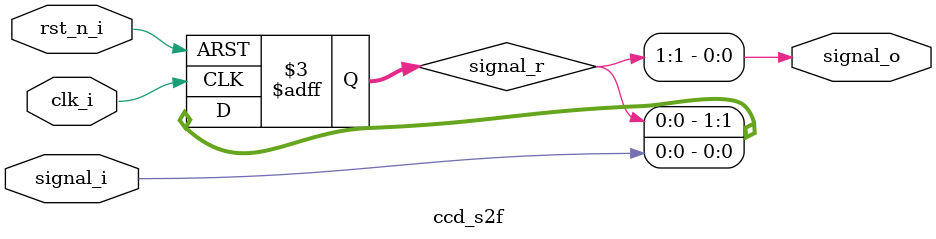
<source format=v>
`timescale 1ns / 1ps


module ccd_s2f(
    input clk_i,
    input rst_n_i,
    input signal_i,
    output signal_o
    );

    reg [1:0] signal_r;

    always @(posedge clk_i or negedge rst_n_i) begin
        if(!rst_n_i) begin
            signal_r <= 2'b0;
        end
        else begin
            signal_r <= {signal_r[0],signal_i};
        end

    end

    assign signal_o = signal_r[1];

endmodule

</source>
